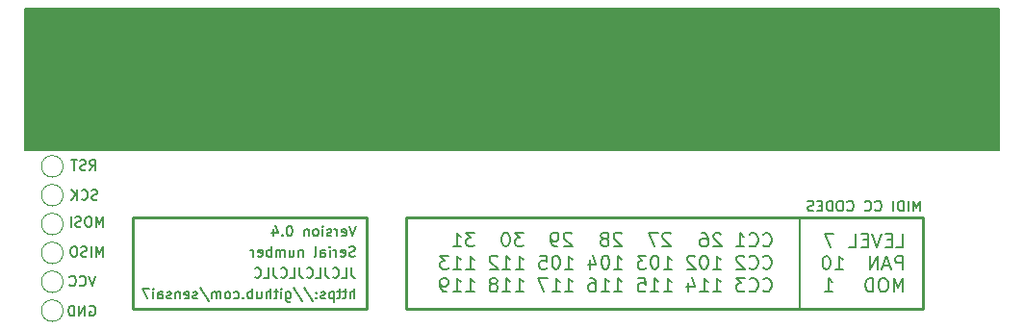
<source format=gbr>
G04 #@! TF.GenerationSoftware,KiCad,Pcbnew,(5.1.10)-1*
G04 #@! TF.CreationDate,2021-09-13T18:31:10+02:00*
G04 #@! TF.ProjectId,CardSizeMidiController,43617264-5369-47a6-954d-696469436f6e,rev?*
G04 #@! TF.SameCoordinates,Original*
G04 #@! TF.FileFunction,Legend,Bot*
G04 #@! TF.FilePolarity,Positive*
%FSLAX46Y46*%
G04 Gerber Fmt 4.6, Leading zero omitted, Abs format (unit mm)*
G04 Created by KiCad (PCBNEW (5.1.10)-1) date 2021-09-13 18:31:10*
%MOMM*%
%LPD*%
G01*
G04 APERTURE LIST*
%ADD10C,0.150000*%
%ADD11C,0.177800*%
%ADD12C,0.228600*%
%ADD13C,0.120000*%
G04 APERTURE END LIST*
D10*
G36*
X85700000Y-16010000D02*
G01*
X0Y-16000000D01*
X0Y-3600000D01*
X85700000Y-3600000D01*
X85700000Y-16010000D01*
G37*
X85700000Y-16010000D02*
X0Y-16000000D01*
X0Y-3600000D01*
X85700000Y-3600000D01*
X85700000Y-16010000D01*
D11*
X5677333Y-29755500D02*
X5762000Y-29713166D01*
X5889000Y-29713166D01*
X6016000Y-29755500D01*
X6100666Y-29840166D01*
X6143000Y-29924833D01*
X6185333Y-30094166D01*
X6185333Y-30221166D01*
X6143000Y-30390500D01*
X6100666Y-30475166D01*
X6016000Y-30559833D01*
X5889000Y-30602166D01*
X5804333Y-30602166D01*
X5677333Y-30559833D01*
X5635000Y-30517500D01*
X5635000Y-30221166D01*
X5804333Y-30221166D01*
X5254000Y-30602166D02*
X5254000Y-29713166D01*
X4746000Y-30602166D01*
X4746000Y-29713166D01*
X4322666Y-30602166D02*
X4322666Y-29713166D01*
X4111000Y-29713166D01*
X3984000Y-29755500D01*
X3899333Y-29840166D01*
X3857000Y-29924833D01*
X3814666Y-30094166D01*
X3814666Y-30221166D01*
X3857000Y-30390500D01*
X3899333Y-30475166D01*
X3984000Y-30559833D01*
X4111000Y-30602166D01*
X4322666Y-30602166D01*
X6185333Y-27113166D02*
X5889000Y-28002166D01*
X5592666Y-27113166D01*
X4788333Y-27917500D02*
X4830666Y-27959833D01*
X4957666Y-28002166D01*
X5042333Y-28002166D01*
X5169333Y-27959833D01*
X5254000Y-27875166D01*
X5296333Y-27790500D01*
X5338666Y-27621166D01*
X5338666Y-27494166D01*
X5296333Y-27324833D01*
X5254000Y-27240166D01*
X5169333Y-27155500D01*
X5042333Y-27113166D01*
X4957666Y-27113166D01*
X4830666Y-27155500D01*
X4788333Y-27197833D01*
X3899333Y-27917500D02*
X3941666Y-27959833D01*
X4068666Y-28002166D01*
X4153333Y-28002166D01*
X4280333Y-27959833D01*
X4365000Y-27875166D01*
X4407333Y-27790500D01*
X4449666Y-27621166D01*
X4449666Y-27494166D01*
X4407333Y-27324833D01*
X4365000Y-27240166D01*
X4280333Y-27155500D01*
X4153333Y-27113166D01*
X4068666Y-27113166D01*
X3941666Y-27155500D01*
X3899333Y-27197833D01*
X6797000Y-25402166D02*
X6797000Y-24513166D01*
X6500666Y-25148166D01*
X6204333Y-24513166D01*
X6204333Y-25402166D01*
X5781000Y-25402166D02*
X5781000Y-24513166D01*
X5400000Y-25359833D02*
X5273000Y-25402166D01*
X5061333Y-25402166D01*
X4976666Y-25359833D01*
X4934333Y-25317500D01*
X4892000Y-25232833D01*
X4892000Y-25148166D01*
X4934333Y-25063500D01*
X4976666Y-25021166D01*
X5061333Y-24978833D01*
X5230666Y-24936500D01*
X5315333Y-24894166D01*
X5357666Y-24851833D01*
X5400000Y-24767166D01*
X5400000Y-24682500D01*
X5357666Y-24597833D01*
X5315333Y-24555500D01*
X5230666Y-24513166D01*
X5019000Y-24513166D01*
X4892000Y-24555500D01*
X4341666Y-24513166D02*
X4172333Y-24513166D01*
X4087666Y-24555500D01*
X4003000Y-24640166D01*
X3960666Y-24809500D01*
X3960666Y-25105833D01*
X4003000Y-25275166D01*
X4087666Y-25359833D01*
X4172333Y-25402166D01*
X4341666Y-25402166D01*
X4426333Y-25359833D01*
X4511000Y-25275166D01*
X4553333Y-25105833D01*
X4553333Y-24809500D01*
X4511000Y-24640166D01*
X4426333Y-24555500D01*
X4341666Y-24513166D01*
X6797000Y-22802166D02*
X6797000Y-21913166D01*
X6500666Y-22548166D01*
X6204333Y-21913166D01*
X6204333Y-22802166D01*
X5611666Y-21913166D02*
X5442333Y-21913166D01*
X5357666Y-21955500D01*
X5273000Y-22040166D01*
X5230666Y-22209500D01*
X5230666Y-22505833D01*
X5273000Y-22675166D01*
X5357666Y-22759833D01*
X5442333Y-22802166D01*
X5611666Y-22802166D01*
X5696333Y-22759833D01*
X5781000Y-22675166D01*
X5823333Y-22505833D01*
X5823333Y-22209500D01*
X5781000Y-22040166D01*
X5696333Y-21955500D01*
X5611666Y-21913166D01*
X4892000Y-22759833D02*
X4765000Y-22802166D01*
X4553333Y-22802166D01*
X4468666Y-22759833D01*
X4426333Y-22717500D01*
X4384000Y-22632833D01*
X4384000Y-22548166D01*
X4426333Y-22463500D01*
X4468666Y-22421166D01*
X4553333Y-22378833D01*
X4722666Y-22336500D01*
X4807333Y-22294166D01*
X4849666Y-22251833D01*
X4892000Y-22167166D01*
X4892000Y-22082500D01*
X4849666Y-21997833D01*
X4807333Y-21955500D01*
X4722666Y-21913166D01*
X4511000Y-21913166D01*
X4384000Y-21955500D01*
X4003000Y-22802166D02*
X4003000Y-21913166D01*
X6343000Y-20359833D02*
X6216000Y-20402166D01*
X6004333Y-20402166D01*
X5919666Y-20359833D01*
X5877333Y-20317500D01*
X5835000Y-20232833D01*
X5835000Y-20148166D01*
X5877333Y-20063500D01*
X5919666Y-20021166D01*
X6004333Y-19978833D01*
X6173666Y-19936500D01*
X6258333Y-19894166D01*
X6300666Y-19851833D01*
X6343000Y-19767166D01*
X6343000Y-19682500D01*
X6300666Y-19597833D01*
X6258333Y-19555500D01*
X6173666Y-19513166D01*
X5962000Y-19513166D01*
X5835000Y-19555500D01*
X4946000Y-20317500D02*
X4988333Y-20359833D01*
X5115333Y-20402166D01*
X5200000Y-20402166D01*
X5327000Y-20359833D01*
X5411666Y-20275166D01*
X5454000Y-20190500D01*
X5496333Y-20021166D01*
X5496333Y-19894166D01*
X5454000Y-19724833D01*
X5411666Y-19640166D01*
X5327000Y-19555500D01*
X5200000Y-19513166D01*
X5115333Y-19513166D01*
X4988333Y-19555500D01*
X4946000Y-19597833D01*
X4565000Y-20402166D02*
X4565000Y-19513166D01*
X4057000Y-20402166D02*
X4438000Y-19894166D01*
X4057000Y-19513166D02*
X4565000Y-20021166D01*
X5686833Y-17802166D02*
X5983166Y-17378833D01*
X6194833Y-17802166D02*
X6194833Y-16913166D01*
X5856166Y-16913166D01*
X5771500Y-16955500D01*
X5729166Y-16997833D01*
X5686833Y-17082500D01*
X5686833Y-17209500D01*
X5729166Y-17294166D01*
X5771500Y-17336500D01*
X5856166Y-17378833D01*
X6194833Y-17378833D01*
X5348166Y-17759833D02*
X5221166Y-17802166D01*
X5009500Y-17802166D01*
X4924833Y-17759833D01*
X4882500Y-17717500D01*
X4840166Y-17632833D01*
X4840166Y-17548166D01*
X4882500Y-17463500D01*
X4924833Y-17421166D01*
X5009500Y-17378833D01*
X5178833Y-17336500D01*
X5263500Y-17294166D01*
X5305833Y-17251833D01*
X5348166Y-17167166D01*
X5348166Y-17082500D01*
X5305833Y-16997833D01*
X5263500Y-16955500D01*
X5178833Y-16913166D01*
X4967166Y-16913166D01*
X4840166Y-16955500D01*
X4586166Y-16913166D02*
X4078166Y-16913166D01*
X4332166Y-17802166D02*
X4332166Y-16913166D01*
D10*
X68100000Y-30000000D02*
X68100000Y-22000000D01*
D11*
X39513001Y-23298357D02*
X38770144Y-23298357D01*
X39170144Y-23755500D01*
X38998715Y-23755500D01*
X38884430Y-23812642D01*
X38827287Y-23869785D01*
X38770144Y-23984071D01*
X38770144Y-24269785D01*
X38827287Y-24384071D01*
X38884430Y-24441214D01*
X38998715Y-24498357D01*
X39341572Y-24498357D01*
X39455858Y-24441214D01*
X39513001Y-24384071D01*
X37627287Y-24498357D02*
X38313001Y-24498357D01*
X37970144Y-24498357D02*
X37970144Y-23298357D01*
X38084430Y-23469785D01*
X38198715Y-23584071D01*
X38313001Y-23641214D01*
X43813001Y-23298357D02*
X43070144Y-23298357D01*
X43470144Y-23755500D01*
X43298715Y-23755500D01*
X43184430Y-23812642D01*
X43127287Y-23869785D01*
X43070144Y-23984071D01*
X43070144Y-24269785D01*
X43127287Y-24384071D01*
X43184430Y-24441214D01*
X43298715Y-24498357D01*
X43641572Y-24498357D01*
X43755858Y-24441214D01*
X43813001Y-24384071D01*
X42327287Y-23298357D02*
X42213001Y-23298357D01*
X42098715Y-23355500D01*
X42041572Y-23412642D01*
X41984430Y-23526928D01*
X41927287Y-23755500D01*
X41927287Y-24041214D01*
X41984430Y-24269785D01*
X42041572Y-24384071D01*
X42098715Y-24441214D01*
X42213001Y-24498357D01*
X42327287Y-24498357D01*
X42441572Y-24441214D01*
X42498715Y-24384071D01*
X42555858Y-24269785D01*
X42613001Y-24041214D01*
X42613001Y-23755500D01*
X42555858Y-23526928D01*
X42498715Y-23412642D01*
X42441572Y-23355500D01*
X42327287Y-23298357D01*
X48055858Y-23412642D02*
X47998715Y-23355500D01*
X47884430Y-23298357D01*
X47598715Y-23298357D01*
X47484430Y-23355500D01*
X47427287Y-23412642D01*
X47370144Y-23526928D01*
X47370144Y-23641214D01*
X47427287Y-23812642D01*
X48113001Y-24498357D01*
X47370144Y-24498357D01*
X46798715Y-24498357D02*
X46570144Y-24498357D01*
X46455858Y-24441214D01*
X46398715Y-24384071D01*
X46284430Y-24212642D01*
X46227287Y-23984071D01*
X46227287Y-23526928D01*
X46284430Y-23412642D01*
X46341572Y-23355500D01*
X46455858Y-23298357D01*
X46684430Y-23298357D01*
X46798715Y-23355500D01*
X46855858Y-23412642D01*
X46913001Y-23526928D01*
X46913001Y-23812642D01*
X46855858Y-23926928D01*
X46798715Y-23984071D01*
X46684430Y-24041214D01*
X46455858Y-24041214D01*
X46341572Y-23984071D01*
X46284430Y-23926928D01*
X46227287Y-23812642D01*
X52455858Y-23412642D02*
X52398715Y-23355500D01*
X52284430Y-23298357D01*
X51998715Y-23298357D01*
X51884430Y-23355500D01*
X51827287Y-23412642D01*
X51770144Y-23526928D01*
X51770144Y-23641214D01*
X51827287Y-23812642D01*
X52513001Y-24498357D01*
X51770144Y-24498357D01*
X51084430Y-23812642D02*
X51198715Y-23755500D01*
X51255858Y-23698357D01*
X51313001Y-23584071D01*
X51313001Y-23526928D01*
X51255858Y-23412642D01*
X51198715Y-23355500D01*
X51084430Y-23298357D01*
X50855858Y-23298357D01*
X50741572Y-23355500D01*
X50684430Y-23412642D01*
X50627287Y-23526928D01*
X50627287Y-23584071D01*
X50684430Y-23698357D01*
X50741572Y-23755500D01*
X50855858Y-23812642D01*
X51084430Y-23812642D01*
X51198715Y-23869785D01*
X51255858Y-23926928D01*
X51313001Y-24041214D01*
X51313001Y-24269785D01*
X51255858Y-24384071D01*
X51198715Y-24441214D01*
X51084430Y-24498357D01*
X50855858Y-24498357D01*
X50741572Y-24441214D01*
X50684430Y-24384071D01*
X50627287Y-24269785D01*
X50627287Y-24041214D01*
X50684430Y-23926928D01*
X50741572Y-23869785D01*
X50855858Y-23812642D01*
X56755858Y-23412642D02*
X56698715Y-23355500D01*
X56584430Y-23298357D01*
X56298715Y-23298357D01*
X56184430Y-23355500D01*
X56127287Y-23412642D01*
X56070144Y-23526928D01*
X56070144Y-23641214D01*
X56127287Y-23812642D01*
X56813001Y-24498357D01*
X56070144Y-24498357D01*
X55670144Y-23298357D02*
X54870144Y-23298357D01*
X55384430Y-24498357D01*
X71098715Y-23365057D02*
X70298715Y-23365057D01*
X70813001Y-24565057D01*
X71270144Y-26542857D02*
X71955858Y-26542857D01*
X71613001Y-26542857D02*
X71613001Y-25342857D01*
X71727287Y-25514285D01*
X71841572Y-25628571D01*
X71955858Y-25685714D01*
X70527287Y-25342857D02*
X70413001Y-25342857D01*
X70298715Y-25400000D01*
X70241572Y-25457142D01*
X70184430Y-25571428D01*
X70127287Y-25800000D01*
X70127287Y-26085714D01*
X70184430Y-26314285D01*
X70241572Y-26428571D01*
X70298715Y-26485714D01*
X70413001Y-26542857D01*
X70527287Y-26542857D01*
X70641572Y-26485714D01*
X70698715Y-26428571D01*
X70755858Y-26314285D01*
X70813001Y-26085714D01*
X70813001Y-25800000D01*
X70755858Y-25571428D01*
X70698715Y-25457142D01*
X70641572Y-25400000D01*
X70527287Y-25342857D01*
X70355858Y-28520657D02*
X71041572Y-28520657D01*
X70698715Y-28520657D02*
X70698715Y-27320657D01*
X70813001Y-27492085D01*
X70927287Y-27606371D01*
X71041572Y-27663514D01*
X64913001Y-24425661D02*
X64970144Y-24482804D01*
X65141572Y-24539947D01*
X65255858Y-24539947D01*
X65427287Y-24482804D01*
X65541572Y-24368518D01*
X65598715Y-24254232D01*
X65655858Y-24025661D01*
X65655858Y-23854232D01*
X65598715Y-23625661D01*
X65541572Y-23511375D01*
X65427287Y-23397090D01*
X65255858Y-23339947D01*
X65141572Y-23339947D01*
X64970144Y-23397090D01*
X64913001Y-23454232D01*
X63713001Y-24425661D02*
X63770144Y-24482804D01*
X63941572Y-24539947D01*
X64055858Y-24539947D01*
X64227287Y-24482804D01*
X64341572Y-24368518D01*
X64398715Y-24254232D01*
X64455858Y-24025661D01*
X64455858Y-23854232D01*
X64398715Y-23625661D01*
X64341572Y-23511375D01*
X64227287Y-23397090D01*
X64055858Y-23339947D01*
X63941572Y-23339947D01*
X63770144Y-23397090D01*
X63713001Y-23454232D01*
X62570144Y-24539947D02*
X63255858Y-24539947D01*
X62913001Y-24539947D02*
X62913001Y-23339947D01*
X63027287Y-23511375D01*
X63141572Y-23625661D01*
X63255858Y-23682804D01*
X61198715Y-23454232D02*
X61141572Y-23397090D01*
X61027287Y-23339947D01*
X60741572Y-23339947D01*
X60627287Y-23397090D01*
X60570144Y-23454232D01*
X60513001Y-23568518D01*
X60513001Y-23682804D01*
X60570144Y-23854232D01*
X61255858Y-24539947D01*
X60513001Y-24539947D01*
X59484430Y-23339947D02*
X59713001Y-23339947D01*
X59827287Y-23397090D01*
X59884430Y-23454232D01*
X59998715Y-23625661D01*
X60055858Y-23854232D01*
X60055858Y-24311375D01*
X59998715Y-24425661D01*
X59941572Y-24482804D01*
X59827287Y-24539947D01*
X59598715Y-24539947D01*
X59484430Y-24482804D01*
X59427287Y-24425661D01*
X59370144Y-24311375D01*
X59370144Y-24025661D01*
X59427287Y-23911375D01*
X59484430Y-23854232D01*
X59598715Y-23797090D01*
X59827287Y-23797090D01*
X59941572Y-23854232D01*
X59998715Y-23911375D01*
X60055858Y-24025661D01*
X64913001Y-26403461D02*
X64970144Y-26460604D01*
X65141572Y-26517747D01*
X65255858Y-26517747D01*
X65427287Y-26460604D01*
X65541572Y-26346318D01*
X65598715Y-26232032D01*
X65655858Y-26003461D01*
X65655858Y-25832032D01*
X65598715Y-25603461D01*
X65541572Y-25489175D01*
X65427287Y-25374890D01*
X65255858Y-25317747D01*
X65141572Y-25317747D01*
X64970144Y-25374890D01*
X64913001Y-25432032D01*
X63713001Y-26403461D02*
X63770144Y-26460604D01*
X63941572Y-26517747D01*
X64055858Y-26517747D01*
X64227287Y-26460604D01*
X64341572Y-26346318D01*
X64398715Y-26232032D01*
X64455858Y-26003461D01*
X64455858Y-25832032D01*
X64398715Y-25603461D01*
X64341572Y-25489175D01*
X64227287Y-25374890D01*
X64055858Y-25317747D01*
X63941572Y-25317747D01*
X63770144Y-25374890D01*
X63713001Y-25432032D01*
X63255858Y-25432032D02*
X63198715Y-25374890D01*
X63084430Y-25317747D01*
X62798715Y-25317747D01*
X62684430Y-25374890D01*
X62627287Y-25432032D01*
X62570144Y-25546318D01*
X62570144Y-25660604D01*
X62627287Y-25832032D01*
X63313001Y-26517747D01*
X62570144Y-26517747D01*
X60513001Y-26517747D02*
X61198715Y-26517747D01*
X60855858Y-26517747D02*
X60855858Y-25317747D01*
X60970144Y-25489175D01*
X61084430Y-25603461D01*
X61198715Y-25660604D01*
X59770144Y-25317747D02*
X59655858Y-25317747D01*
X59541572Y-25374890D01*
X59484430Y-25432032D01*
X59427287Y-25546318D01*
X59370144Y-25774890D01*
X59370144Y-26060604D01*
X59427287Y-26289175D01*
X59484430Y-26403461D01*
X59541572Y-26460604D01*
X59655858Y-26517747D01*
X59770144Y-26517747D01*
X59884430Y-26460604D01*
X59941572Y-26403461D01*
X59998715Y-26289175D01*
X60055858Y-26060604D01*
X60055858Y-25774890D01*
X59998715Y-25546318D01*
X59941572Y-25432032D01*
X59884430Y-25374890D01*
X59770144Y-25317747D01*
X58913001Y-25432032D02*
X58855858Y-25374890D01*
X58741572Y-25317747D01*
X58455858Y-25317747D01*
X58341572Y-25374890D01*
X58284430Y-25432032D01*
X58227287Y-25546318D01*
X58227287Y-25660604D01*
X58284430Y-25832032D01*
X58970144Y-26517747D01*
X58227287Y-26517747D01*
X56170144Y-26517747D02*
X56855858Y-26517747D01*
X56513001Y-26517747D02*
X56513001Y-25317747D01*
X56627287Y-25489175D01*
X56741572Y-25603461D01*
X56855858Y-25660604D01*
X55427287Y-25317747D02*
X55313001Y-25317747D01*
X55198715Y-25374890D01*
X55141572Y-25432032D01*
X55084430Y-25546318D01*
X55027287Y-25774890D01*
X55027287Y-26060604D01*
X55084430Y-26289175D01*
X55141572Y-26403461D01*
X55198715Y-26460604D01*
X55313001Y-26517747D01*
X55427287Y-26517747D01*
X55541572Y-26460604D01*
X55598715Y-26403461D01*
X55655858Y-26289175D01*
X55713001Y-26060604D01*
X55713001Y-25774890D01*
X55655858Y-25546318D01*
X55598715Y-25432032D01*
X55541572Y-25374890D01*
X55427287Y-25317747D01*
X54627287Y-25317747D02*
X53884430Y-25317747D01*
X54284430Y-25774890D01*
X54113001Y-25774890D01*
X53998715Y-25832032D01*
X53941572Y-25889175D01*
X53884430Y-26003461D01*
X53884430Y-26289175D01*
X53941572Y-26403461D01*
X53998715Y-26460604D01*
X54113001Y-26517747D01*
X54455858Y-26517747D01*
X54570144Y-26460604D01*
X54627287Y-26403461D01*
X51827287Y-26517747D02*
X52513001Y-26517747D01*
X52170144Y-26517747D02*
X52170144Y-25317747D01*
X52284430Y-25489175D01*
X52398715Y-25603461D01*
X52513001Y-25660604D01*
X51084430Y-25317747D02*
X50970144Y-25317747D01*
X50855858Y-25374890D01*
X50798715Y-25432032D01*
X50741572Y-25546318D01*
X50684430Y-25774890D01*
X50684430Y-26060604D01*
X50741572Y-26289175D01*
X50798715Y-26403461D01*
X50855858Y-26460604D01*
X50970144Y-26517747D01*
X51084430Y-26517747D01*
X51198715Y-26460604D01*
X51255858Y-26403461D01*
X51313001Y-26289175D01*
X51370144Y-26060604D01*
X51370144Y-25774890D01*
X51313001Y-25546318D01*
X51255858Y-25432032D01*
X51198715Y-25374890D01*
X51084430Y-25317747D01*
X49655858Y-25717747D02*
X49655858Y-26517747D01*
X49941572Y-25260604D02*
X50227287Y-26117747D01*
X49484430Y-26117747D01*
X47484430Y-26517747D02*
X48170144Y-26517747D01*
X47827287Y-26517747D02*
X47827287Y-25317747D01*
X47941572Y-25489175D01*
X48055858Y-25603461D01*
X48170144Y-25660604D01*
X46741572Y-25317747D02*
X46627287Y-25317747D01*
X46513001Y-25374890D01*
X46455858Y-25432032D01*
X46398715Y-25546318D01*
X46341572Y-25774890D01*
X46341572Y-26060604D01*
X46398715Y-26289175D01*
X46455858Y-26403461D01*
X46513001Y-26460604D01*
X46627287Y-26517747D01*
X46741572Y-26517747D01*
X46855858Y-26460604D01*
X46913001Y-26403461D01*
X46970144Y-26289175D01*
X47027287Y-26060604D01*
X47027287Y-25774890D01*
X46970144Y-25546318D01*
X46913001Y-25432032D01*
X46855858Y-25374890D01*
X46741572Y-25317747D01*
X45255858Y-25317747D02*
X45827287Y-25317747D01*
X45884430Y-25889175D01*
X45827287Y-25832032D01*
X45713001Y-25774890D01*
X45427287Y-25774890D01*
X45313001Y-25832032D01*
X45255858Y-25889175D01*
X45198715Y-26003461D01*
X45198715Y-26289175D01*
X45255858Y-26403461D01*
X45313001Y-26460604D01*
X45427287Y-26517747D01*
X45713001Y-26517747D01*
X45827287Y-26460604D01*
X45884430Y-26403461D01*
X43141572Y-26517747D02*
X43827287Y-26517747D01*
X43484430Y-26517747D02*
X43484430Y-25317747D01*
X43598715Y-25489175D01*
X43713001Y-25603461D01*
X43827287Y-25660604D01*
X41998715Y-26517747D02*
X42684430Y-26517747D01*
X42341572Y-26517747D02*
X42341572Y-25317747D01*
X42455858Y-25489175D01*
X42570144Y-25603461D01*
X42684430Y-25660604D01*
X41541572Y-25432032D02*
X41484430Y-25374890D01*
X41370144Y-25317747D01*
X41084430Y-25317747D01*
X40970144Y-25374890D01*
X40913001Y-25432032D01*
X40855858Y-25546318D01*
X40855858Y-25660604D01*
X40913001Y-25832032D01*
X41598715Y-26517747D01*
X40855858Y-26517747D01*
X38798715Y-26517747D02*
X39484430Y-26517747D01*
X39141572Y-26517747D02*
X39141572Y-25317747D01*
X39255858Y-25489175D01*
X39370144Y-25603461D01*
X39484430Y-25660604D01*
X37655858Y-26517747D02*
X38341572Y-26517747D01*
X37998715Y-26517747D02*
X37998715Y-25317747D01*
X38113001Y-25489175D01*
X38227287Y-25603461D01*
X38341572Y-25660604D01*
X37255858Y-25317747D02*
X36513001Y-25317747D01*
X36913001Y-25774890D01*
X36741572Y-25774890D01*
X36627287Y-25832032D01*
X36570144Y-25889175D01*
X36513001Y-26003461D01*
X36513001Y-26289175D01*
X36570144Y-26403461D01*
X36627287Y-26460604D01*
X36741572Y-26517747D01*
X37084430Y-26517747D01*
X37198715Y-26460604D01*
X37255858Y-26403461D01*
X64913001Y-28381261D02*
X64970144Y-28438404D01*
X65141572Y-28495547D01*
X65255858Y-28495547D01*
X65427287Y-28438404D01*
X65541572Y-28324118D01*
X65598715Y-28209832D01*
X65655858Y-27981261D01*
X65655858Y-27809832D01*
X65598715Y-27581261D01*
X65541572Y-27466975D01*
X65427287Y-27352690D01*
X65255858Y-27295547D01*
X65141572Y-27295547D01*
X64970144Y-27352690D01*
X64913001Y-27409832D01*
X63713001Y-28381261D02*
X63770144Y-28438404D01*
X63941572Y-28495547D01*
X64055858Y-28495547D01*
X64227287Y-28438404D01*
X64341572Y-28324118D01*
X64398715Y-28209832D01*
X64455858Y-27981261D01*
X64455858Y-27809832D01*
X64398715Y-27581261D01*
X64341572Y-27466975D01*
X64227287Y-27352690D01*
X64055858Y-27295547D01*
X63941572Y-27295547D01*
X63770144Y-27352690D01*
X63713001Y-27409832D01*
X63313001Y-27295547D02*
X62570144Y-27295547D01*
X62970144Y-27752690D01*
X62798715Y-27752690D01*
X62684430Y-27809832D01*
X62627287Y-27866975D01*
X62570144Y-27981261D01*
X62570144Y-28266975D01*
X62627287Y-28381261D01*
X62684430Y-28438404D01*
X62798715Y-28495547D01*
X63141572Y-28495547D01*
X63255858Y-28438404D01*
X63313001Y-28381261D01*
X60513001Y-28495547D02*
X61198715Y-28495547D01*
X60855858Y-28495547D02*
X60855858Y-27295547D01*
X60970144Y-27466975D01*
X61084430Y-27581261D01*
X61198715Y-27638404D01*
X59370144Y-28495547D02*
X60055858Y-28495547D01*
X59713001Y-28495547D02*
X59713001Y-27295547D01*
X59827287Y-27466975D01*
X59941572Y-27581261D01*
X60055858Y-27638404D01*
X58341572Y-27695547D02*
X58341572Y-28495547D01*
X58627287Y-27238404D02*
X58913001Y-28095547D01*
X58170144Y-28095547D01*
X56170144Y-28495547D02*
X56855858Y-28495547D01*
X56513001Y-28495547D02*
X56513001Y-27295547D01*
X56627287Y-27466975D01*
X56741572Y-27581261D01*
X56855858Y-27638404D01*
X55027287Y-28495547D02*
X55713001Y-28495547D01*
X55370144Y-28495547D02*
X55370144Y-27295547D01*
X55484430Y-27466975D01*
X55598715Y-27581261D01*
X55713001Y-27638404D01*
X53941572Y-27295547D02*
X54513001Y-27295547D01*
X54570144Y-27866975D01*
X54513001Y-27809832D01*
X54398715Y-27752690D01*
X54113001Y-27752690D01*
X53998715Y-27809832D01*
X53941572Y-27866975D01*
X53884430Y-27981261D01*
X53884430Y-28266975D01*
X53941572Y-28381261D01*
X53998715Y-28438404D01*
X54113001Y-28495547D01*
X54398715Y-28495547D01*
X54513001Y-28438404D01*
X54570144Y-28381261D01*
X51827287Y-28495547D02*
X52513001Y-28495547D01*
X52170144Y-28495547D02*
X52170144Y-27295547D01*
X52284430Y-27466975D01*
X52398715Y-27581261D01*
X52513001Y-27638404D01*
X50684430Y-28495547D02*
X51370144Y-28495547D01*
X51027287Y-28495547D02*
X51027287Y-27295547D01*
X51141572Y-27466975D01*
X51255858Y-27581261D01*
X51370144Y-27638404D01*
X49655858Y-27295547D02*
X49884430Y-27295547D01*
X49998715Y-27352690D01*
X50055858Y-27409832D01*
X50170144Y-27581261D01*
X50227287Y-27809832D01*
X50227287Y-28266975D01*
X50170144Y-28381261D01*
X50113001Y-28438404D01*
X49998715Y-28495547D01*
X49770144Y-28495547D01*
X49655858Y-28438404D01*
X49598715Y-28381261D01*
X49541572Y-28266975D01*
X49541572Y-27981261D01*
X49598715Y-27866975D01*
X49655858Y-27809832D01*
X49770144Y-27752690D01*
X49998715Y-27752690D01*
X50113001Y-27809832D01*
X50170144Y-27866975D01*
X50227287Y-27981261D01*
X47484430Y-28495547D02*
X48170144Y-28495547D01*
X47827287Y-28495547D02*
X47827287Y-27295547D01*
X47941572Y-27466975D01*
X48055858Y-27581261D01*
X48170144Y-27638404D01*
X46341572Y-28495547D02*
X47027287Y-28495547D01*
X46684430Y-28495547D02*
X46684430Y-27295547D01*
X46798715Y-27466975D01*
X46913001Y-27581261D01*
X47027287Y-27638404D01*
X45941572Y-27295547D02*
X45141572Y-27295547D01*
X45655858Y-28495547D01*
X43141572Y-28495547D02*
X43827287Y-28495547D01*
X43484430Y-28495547D02*
X43484430Y-27295547D01*
X43598715Y-27466975D01*
X43713001Y-27581261D01*
X43827287Y-27638404D01*
X41998715Y-28495547D02*
X42684430Y-28495547D01*
X42341572Y-28495547D02*
X42341572Y-27295547D01*
X42455858Y-27466975D01*
X42570144Y-27581261D01*
X42684430Y-27638404D01*
X41313001Y-27809832D02*
X41427287Y-27752690D01*
X41484430Y-27695547D01*
X41541572Y-27581261D01*
X41541572Y-27524118D01*
X41484430Y-27409832D01*
X41427287Y-27352690D01*
X41313001Y-27295547D01*
X41084430Y-27295547D01*
X40970144Y-27352690D01*
X40913001Y-27409832D01*
X40855858Y-27524118D01*
X40855858Y-27581261D01*
X40913001Y-27695547D01*
X40970144Y-27752690D01*
X41084430Y-27809832D01*
X41313001Y-27809832D01*
X41427287Y-27866975D01*
X41484430Y-27924118D01*
X41541572Y-28038404D01*
X41541572Y-28266975D01*
X41484430Y-28381261D01*
X41427287Y-28438404D01*
X41313001Y-28495547D01*
X41084430Y-28495547D01*
X40970144Y-28438404D01*
X40913001Y-28381261D01*
X40855858Y-28266975D01*
X40855858Y-28038404D01*
X40913001Y-27924118D01*
X40970144Y-27866975D01*
X41084430Y-27809832D01*
X38798715Y-28495547D02*
X39484430Y-28495547D01*
X39141572Y-28495547D02*
X39141572Y-27295547D01*
X39255858Y-27466975D01*
X39370144Y-27581261D01*
X39484430Y-27638404D01*
X37655858Y-28495547D02*
X38341572Y-28495547D01*
X37998715Y-28495547D02*
X37998715Y-27295547D01*
X38113001Y-27466975D01*
X38227287Y-27581261D01*
X38341572Y-27638404D01*
X37084430Y-28495547D02*
X36855858Y-28495547D01*
X36741572Y-28438404D01*
X36684430Y-28381261D01*
X36570144Y-28209832D01*
X36513001Y-27981261D01*
X36513001Y-27524118D01*
X36570144Y-27409832D01*
X36627287Y-27352690D01*
X36741572Y-27295547D01*
X36970144Y-27295547D01*
X37084430Y-27352690D01*
X37141572Y-27409832D01*
X37198715Y-27524118D01*
X37198715Y-27809832D01*
X37141572Y-27924118D01*
X37084430Y-27981261D01*
X36970144Y-28038404D01*
X36741572Y-28038404D01*
X36627287Y-27981261D01*
X36570144Y-27924118D01*
X36513001Y-27809832D01*
X76627287Y-24565057D02*
X77198715Y-24565057D01*
X77198715Y-23365057D01*
X76227287Y-23936485D02*
X75827287Y-23936485D01*
X75655858Y-24565057D02*
X76227287Y-24565057D01*
X76227287Y-23365057D01*
X75655858Y-23365057D01*
X75313001Y-23365057D02*
X74913001Y-24565057D01*
X74513001Y-23365057D01*
X74113001Y-23936485D02*
X73713001Y-23936485D01*
X73541572Y-24565057D02*
X74113001Y-24565057D01*
X74113001Y-23365057D01*
X73541572Y-23365057D01*
X72455858Y-24565057D02*
X73027287Y-24565057D01*
X73027287Y-23365057D01*
X77198715Y-26542857D02*
X77198715Y-25342857D01*
X76741572Y-25342857D01*
X76627287Y-25400000D01*
X76570144Y-25457142D01*
X76513001Y-25571428D01*
X76513001Y-25742857D01*
X76570144Y-25857142D01*
X76627287Y-25914285D01*
X76741572Y-25971428D01*
X77198715Y-25971428D01*
X76055858Y-26200000D02*
X75484430Y-26200000D01*
X76170144Y-26542857D02*
X75770144Y-25342857D01*
X75370144Y-26542857D01*
X74970144Y-26542857D02*
X74970144Y-25342857D01*
X74284430Y-26542857D01*
X74284430Y-25342857D01*
X77198715Y-28520657D02*
X77198715Y-27320657D01*
X76798715Y-28177800D01*
X76398715Y-27320657D01*
X76398715Y-28520657D01*
X75598715Y-27320657D02*
X75370144Y-27320657D01*
X75255858Y-27377800D01*
X75141572Y-27492085D01*
X75084430Y-27720657D01*
X75084430Y-28120657D01*
X75141572Y-28349228D01*
X75255858Y-28463514D01*
X75370144Y-28520657D01*
X75598715Y-28520657D01*
X75713001Y-28463514D01*
X75827287Y-28349228D01*
X75884430Y-28120657D01*
X75884430Y-27720657D01*
X75827287Y-27492085D01*
X75713001Y-27377800D01*
X75598715Y-27320657D01*
X74570144Y-28520657D02*
X74570144Y-27320657D01*
X74284430Y-27320657D01*
X74113001Y-27377800D01*
X73998715Y-27492085D01*
X73941572Y-27606371D01*
X73884430Y-27834942D01*
X73884430Y-28006371D01*
X73941572Y-28234942D01*
X73998715Y-28349228D01*
X74113001Y-28463514D01*
X74284430Y-28520657D01*
X74570144Y-28520657D01*
D12*
X33500000Y-22000000D02*
X79000000Y-22000000D01*
X79000000Y-22000000D02*
X79000000Y-30000000D01*
X33500000Y-30000000D02*
X33500000Y-22000000D01*
X79000000Y-30000000D02*
X33500000Y-30000000D01*
D11*
X78710666Y-21402166D02*
X78710666Y-20513166D01*
X78414333Y-21148166D01*
X78118000Y-20513166D01*
X78118000Y-21402166D01*
X77694666Y-21402166D02*
X77694666Y-20513166D01*
X77271333Y-21402166D02*
X77271333Y-20513166D01*
X77059666Y-20513166D01*
X76932666Y-20555500D01*
X76848000Y-20640166D01*
X76805666Y-20724833D01*
X76763333Y-20894166D01*
X76763333Y-21021166D01*
X76805666Y-21190500D01*
X76848000Y-21275166D01*
X76932666Y-21359833D01*
X77059666Y-21402166D01*
X77271333Y-21402166D01*
X76382333Y-21402166D02*
X76382333Y-20513166D01*
X74773666Y-21317500D02*
X74816000Y-21359833D01*
X74943000Y-21402166D01*
X75027666Y-21402166D01*
X75154666Y-21359833D01*
X75239333Y-21275166D01*
X75281666Y-21190500D01*
X75324000Y-21021166D01*
X75324000Y-20894166D01*
X75281666Y-20724833D01*
X75239333Y-20640166D01*
X75154666Y-20555500D01*
X75027666Y-20513166D01*
X74943000Y-20513166D01*
X74816000Y-20555500D01*
X74773666Y-20597833D01*
X73884666Y-21317500D02*
X73927000Y-21359833D01*
X74054000Y-21402166D01*
X74138666Y-21402166D01*
X74265666Y-21359833D01*
X74350333Y-21275166D01*
X74392666Y-21190500D01*
X74435000Y-21021166D01*
X74435000Y-20894166D01*
X74392666Y-20724833D01*
X74350333Y-20640166D01*
X74265666Y-20555500D01*
X74138666Y-20513166D01*
X74054000Y-20513166D01*
X73927000Y-20555500D01*
X73884666Y-20597833D01*
X72318333Y-21317500D02*
X72360666Y-21359833D01*
X72487666Y-21402166D01*
X72572333Y-21402166D01*
X72699333Y-21359833D01*
X72784000Y-21275166D01*
X72826333Y-21190500D01*
X72868666Y-21021166D01*
X72868666Y-20894166D01*
X72826333Y-20724833D01*
X72784000Y-20640166D01*
X72699333Y-20555500D01*
X72572333Y-20513166D01*
X72487666Y-20513166D01*
X72360666Y-20555500D01*
X72318333Y-20597833D01*
X71768000Y-20513166D02*
X71598666Y-20513166D01*
X71514000Y-20555500D01*
X71429333Y-20640166D01*
X71387000Y-20809500D01*
X71387000Y-21105833D01*
X71429333Y-21275166D01*
X71514000Y-21359833D01*
X71598666Y-21402166D01*
X71768000Y-21402166D01*
X71852666Y-21359833D01*
X71937333Y-21275166D01*
X71979666Y-21105833D01*
X71979666Y-20809500D01*
X71937333Y-20640166D01*
X71852666Y-20555500D01*
X71768000Y-20513166D01*
X71006000Y-21402166D02*
X71006000Y-20513166D01*
X70794333Y-20513166D01*
X70667333Y-20555500D01*
X70582666Y-20640166D01*
X70540333Y-20724833D01*
X70498000Y-20894166D01*
X70498000Y-21021166D01*
X70540333Y-21190500D01*
X70582666Y-21275166D01*
X70667333Y-21359833D01*
X70794333Y-21402166D01*
X71006000Y-21402166D01*
X70117000Y-20936500D02*
X69820666Y-20936500D01*
X69693666Y-21402166D02*
X70117000Y-21402166D01*
X70117000Y-20513166D01*
X69693666Y-20513166D01*
X69355000Y-21359833D02*
X69228000Y-21402166D01*
X69016333Y-21402166D01*
X68931666Y-21359833D01*
X68889333Y-21317500D01*
X68847000Y-21232833D01*
X68847000Y-21148166D01*
X68889333Y-21063500D01*
X68931666Y-21021166D01*
X69016333Y-20978833D01*
X69185666Y-20936500D01*
X69270333Y-20894166D01*
X69312666Y-20851833D01*
X69355000Y-20767166D01*
X69355000Y-20682500D01*
X69312666Y-20597833D01*
X69270333Y-20555500D01*
X69185666Y-20513166D01*
X68974000Y-20513166D01*
X68847000Y-20555500D01*
X28956000Y-29085166D02*
X28956000Y-28196166D01*
X28575000Y-29085166D02*
X28575000Y-28619500D01*
X28617333Y-28534833D01*
X28702000Y-28492500D01*
X28829000Y-28492500D01*
X28913666Y-28534833D01*
X28956000Y-28577166D01*
X28278666Y-28492500D02*
X27940000Y-28492500D01*
X28151666Y-28196166D02*
X28151666Y-28958166D01*
X28109333Y-29042833D01*
X28024666Y-29085166D01*
X27940000Y-29085166D01*
X27770666Y-28492500D02*
X27432000Y-28492500D01*
X27643666Y-28196166D02*
X27643666Y-28958166D01*
X27601333Y-29042833D01*
X27516666Y-29085166D01*
X27432000Y-29085166D01*
X27135666Y-28492500D02*
X27135666Y-29381500D01*
X27135666Y-28534833D02*
X27051000Y-28492500D01*
X26881666Y-28492500D01*
X26797000Y-28534833D01*
X26754666Y-28577166D01*
X26712333Y-28661833D01*
X26712333Y-28915833D01*
X26754666Y-29000500D01*
X26797000Y-29042833D01*
X26881666Y-29085166D01*
X27051000Y-29085166D01*
X27135666Y-29042833D01*
X26373666Y-29042833D02*
X26289000Y-29085166D01*
X26119666Y-29085166D01*
X26035000Y-29042833D01*
X25992666Y-28958166D01*
X25992666Y-28915833D01*
X26035000Y-28831166D01*
X26119666Y-28788833D01*
X26246666Y-28788833D01*
X26331333Y-28746500D01*
X26373666Y-28661833D01*
X26373666Y-28619500D01*
X26331333Y-28534833D01*
X26246666Y-28492500D01*
X26119666Y-28492500D01*
X26035000Y-28534833D01*
X25611666Y-29000500D02*
X25569333Y-29042833D01*
X25611666Y-29085166D01*
X25654000Y-29042833D01*
X25611666Y-29000500D01*
X25611666Y-29085166D01*
X25611666Y-28534833D02*
X25569333Y-28577166D01*
X25611666Y-28619500D01*
X25654000Y-28577166D01*
X25611666Y-28534833D01*
X25611666Y-28619500D01*
X24553333Y-28153833D02*
X25315333Y-29296833D01*
X23622000Y-28153833D02*
X24384000Y-29296833D01*
X22944666Y-28492500D02*
X22944666Y-29212166D01*
X22987000Y-29296833D01*
X23029333Y-29339166D01*
X23114000Y-29381500D01*
X23241000Y-29381500D01*
X23325666Y-29339166D01*
X22944666Y-29042833D02*
X23029333Y-29085166D01*
X23198666Y-29085166D01*
X23283333Y-29042833D01*
X23325666Y-29000500D01*
X23368000Y-28915833D01*
X23368000Y-28661833D01*
X23325666Y-28577166D01*
X23283333Y-28534833D01*
X23198666Y-28492500D01*
X23029333Y-28492500D01*
X22944666Y-28534833D01*
X22521333Y-29085166D02*
X22521333Y-28492500D01*
X22521333Y-28196166D02*
X22563666Y-28238500D01*
X22521333Y-28280833D01*
X22479000Y-28238500D01*
X22521333Y-28196166D01*
X22521333Y-28280833D01*
X22225000Y-28492500D02*
X21886333Y-28492500D01*
X22098000Y-28196166D02*
X22098000Y-28958166D01*
X22055666Y-29042833D01*
X21971000Y-29085166D01*
X21886333Y-29085166D01*
X21590000Y-29085166D02*
X21590000Y-28196166D01*
X21209000Y-29085166D02*
X21209000Y-28619500D01*
X21251333Y-28534833D01*
X21336000Y-28492500D01*
X21463000Y-28492500D01*
X21547666Y-28534833D01*
X21590000Y-28577166D01*
X20404666Y-28492500D02*
X20404666Y-29085166D01*
X20785666Y-28492500D02*
X20785666Y-28958166D01*
X20743333Y-29042833D01*
X20658666Y-29085166D01*
X20531666Y-29085166D01*
X20447000Y-29042833D01*
X20404666Y-29000500D01*
X19981333Y-29085166D02*
X19981333Y-28196166D01*
X19981333Y-28534833D02*
X19896666Y-28492500D01*
X19727333Y-28492500D01*
X19642666Y-28534833D01*
X19600333Y-28577166D01*
X19558000Y-28661833D01*
X19558000Y-28915833D01*
X19600333Y-29000500D01*
X19642666Y-29042833D01*
X19727333Y-29085166D01*
X19896666Y-29085166D01*
X19981333Y-29042833D01*
X19177000Y-29000500D02*
X19134666Y-29042833D01*
X19177000Y-29085166D01*
X19219333Y-29042833D01*
X19177000Y-29000500D01*
X19177000Y-29085166D01*
X18372666Y-29042833D02*
X18457333Y-29085166D01*
X18626666Y-29085166D01*
X18711333Y-29042833D01*
X18753666Y-29000500D01*
X18795999Y-28915833D01*
X18795999Y-28661833D01*
X18753666Y-28577166D01*
X18711333Y-28534833D01*
X18626666Y-28492500D01*
X18457333Y-28492500D01*
X18372666Y-28534833D01*
X17864666Y-29085166D02*
X17949333Y-29042833D01*
X17991666Y-29000500D01*
X18033999Y-28915833D01*
X18033999Y-28661833D01*
X17991666Y-28577166D01*
X17949333Y-28534833D01*
X17864666Y-28492500D01*
X17737666Y-28492500D01*
X17652999Y-28534833D01*
X17610666Y-28577166D01*
X17568333Y-28661833D01*
X17568333Y-28915833D01*
X17610666Y-29000500D01*
X17652999Y-29042833D01*
X17737666Y-29085166D01*
X17864666Y-29085166D01*
X17187333Y-29085166D02*
X17187333Y-28492500D01*
X17187333Y-28577166D02*
X17144999Y-28534833D01*
X17060333Y-28492500D01*
X16933333Y-28492500D01*
X16848666Y-28534833D01*
X16806333Y-28619500D01*
X16806333Y-29085166D01*
X16806333Y-28619500D02*
X16763999Y-28534833D01*
X16679333Y-28492500D01*
X16552333Y-28492500D01*
X16467666Y-28534833D01*
X16425333Y-28619500D01*
X16425333Y-29085166D01*
X15366999Y-28153833D02*
X16128999Y-29296833D01*
X15112999Y-29042833D02*
X15028333Y-29085166D01*
X14858999Y-29085166D01*
X14774333Y-29042833D01*
X14731999Y-28958166D01*
X14731999Y-28915833D01*
X14774333Y-28831166D01*
X14858999Y-28788833D01*
X14985999Y-28788833D01*
X15070666Y-28746500D01*
X15112999Y-28661833D01*
X15112999Y-28619500D01*
X15070666Y-28534833D01*
X14985999Y-28492500D01*
X14858999Y-28492500D01*
X14774333Y-28534833D01*
X14012333Y-29042833D02*
X14096999Y-29085166D01*
X14266333Y-29085166D01*
X14350999Y-29042833D01*
X14393333Y-28958166D01*
X14393333Y-28619500D01*
X14350999Y-28534833D01*
X14266333Y-28492500D01*
X14096999Y-28492500D01*
X14012333Y-28534833D01*
X13969999Y-28619500D01*
X13969999Y-28704166D01*
X14393333Y-28788833D01*
X13588999Y-28492500D02*
X13588999Y-29085166D01*
X13588999Y-28577166D02*
X13546666Y-28534833D01*
X13461999Y-28492500D01*
X13334999Y-28492500D01*
X13250333Y-28534833D01*
X13207999Y-28619500D01*
X13207999Y-29085166D01*
X12826999Y-29042833D02*
X12742333Y-29085166D01*
X12572999Y-29085166D01*
X12488333Y-29042833D01*
X12445999Y-28958166D01*
X12445999Y-28915833D01*
X12488333Y-28831166D01*
X12572999Y-28788833D01*
X12699999Y-28788833D01*
X12784666Y-28746500D01*
X12826999Y-28661833D01*
X12826999Y-28619500D01*
X12784666Y-28534833D01*
X12699999Y-28492500D01*
X12572999Y-28492500D01*
X12488333Y-28534833D01*
X11683999Y-29085166D02*
X11683999Y-28619500D01*
X11726333Y-28534833D01*
X11810999Y-28492500D01*
X11980333Y-28492500D01*
X12064999Y-28534833D01*
X11683999Y-29042833D02*
X11768666Y-29085166D01*
X11980333Y-29085166D01*
X12064999Y-29042833D01*
X12107333Y-28958166D01*
X12107333Y-28873500D01*
X12064999Y-28788833D01*
X11980333Y-28746500D01*
X11768666Y-28746500D01*
X11683999Y-28704166D01*
X11260666Y-29085166D02*
X11260666Y-28492500D01*
X11260666Y-28196166D02*
X11302999Y-28238500D01*
X11260666Y-28280833D01*
X11218333Y-28238500D01*
X11260666Y-28196166D01*
X11260666Y-28280833D01*
X10921999Y-28196166D02*
X10329333Y-28196166D01*
X10710333Y-29085166D01*
X29083000Y-22713166D02*
X28786667Y-23602166D01*
X28490333Y-22713166D01*
X27855333Y-23559833D02*
X27940000Y-23602166D01*
X28109333Y-23602166D01*
X28194000Y-23559833D01*
X28236333Y-23475166D01*
X28236333Y-23136500D01*
X28194000Y-23051833D01*
X28109333Y-23009500D01*
X27940000Y-23009500D01*
X27855333Y-23051833D01*
X27813000Y-23136500D01*
X27813000Y-23221166D01*
X28236333Y-23305833D01*
X27432000Y-23602166D02*
X27432000Y-23009500D01*
X27432000Y-23178833D02*
X27389667Y-23094166D01*
X27347333Y-23051833D01*
X27262667Y-23009500D01*
X27178000Y-23009500D01*
X26924000Y-23559833D02*
X26839333Y-23602166D01*
X26670000Y-23602166D01*
X26585333Y-23559833D01*
X26543000Y-23475166D01*
X26543000Y-23432833D01*
X26585333Y-23348166D01*
X26670000Y-23305833D01*
X26797000Y-23305833D01*
X26881667Y-23263500D01*
X26924000Y-23178833D01*
X26924000Y-23136500D01*
X26881667Y-23051833D01*
X26797000Y-23009500D01*
X26670000Y-23009500D01*
X26585333Y-23051833D01*
X26162000Y-23602166D02*
X26162000Y-23009500D01*
X26162000Y-22713166D02*
X26204333Y-22755500D01*
X26162000Y-22797833D01*
X26119667Y-22755500D01*
X26162000Y-22713166D01*
X26162000Y-22797833D01*
X25611667Y-23602166D02*
X25696333Y-23559833D01*
X25738667Y-23517500D01*
X25781000Y-23432833D01*
X25781000Y-23178833D01*
X25738667Y-23094166D01*
X25696333Y-23051833D01*
X25611667Y-23009500D01*
X25484667Y-23009500D01*
X25400000Y-23051833D01*
X25357667Y-23094166D01*
X25315333Y-23178833D01*
X25315333Y-23432833D01*
X25357667Y-23517500D01*
X25400000Y-23559833D01*
X25484667Y-23602166D01*
X25611667Y-23602166D01*
X24934333Y-23009500D02*
X24934333Y-23602166D01*
X24934333Y-23094166D02*
X24892000Y-23051833D01*
X24807333Y-23009500D01*
X24680333Y-23009500D01*
X24595667Y-23051833D01*
X24553333Y-23136500D01*
X24553333Y-23602166D01*
X23283333Y-22713166D02*
X23198667Y-22713166D01*
X23114000Y-22755500D01*
X23071667Y-22797833D01*
X23029333Y-22882500D01*
X22987000Y-23051833D01*
X22987000Y-23263500D01*
X23029333Y-23432833D01*
X23071667Y-23517500D01*
X23114000Y-23559833D01*
X23198667Y-23602166D01*
X23283333Y-23602166D01*
X23368000Y-23559833D01*
X23410333Y-23517500D01*
X23452667Y-23432833D01*
X23495000Y-23263500D01*
X23495000Y-23051833D01*
X23452667Y-22882500D01*
X23410333Y-22797833D01*
X23368000Y-22755500D01*
X23283333Y-22713166D01*
X22606000Y-23517500D02*
X22563667Y-23559833D01*
X22606000Y-23602166D01*
X22648333Y-23559833D01*
X22606000Y-23517500D01*
X22606000Y-23602166D01*
X21801667Y-23009500D02*
X21801667Y-23602166D01*
X22013333Y-22670833D02*
X22225000Y-23305833D01*
X21674667Y-23305833D01*
X28998333Y-25387499D02*
X28871333Y-25429832D01*
X28659666Y-25429832D01*
X28575000Y-25387499D01*
X28532666Y-25345166D01*
X28490333Y-25260499D01*
X28490333Y-25175832D01*
X28532666Y-25091166D01*
X28575000Y-25048832D01*
X28659666Y-25006499D01*
X28829000Y-24964166D01*
X28913666Y-24921832D01*
X28956000Y-24879499D01*
X28998333Y-24794832D01*
X28998333Y-24710166D01*
X28956000Y-24625499D01*
X28913666Y-24583166D01*
X28829000Y-24540832D01*
X28617333Y-24540832D01*
X28490333Y-24583166D01*
X27770666Y-25387499D02*
X27855333Y-25429832D01*
X28024666Y-25429832D01*
X28109333Y-25387499D01*
X28151666Y-25302832D01*
X28151666Y-24964166D01*
X28109333Y-24879499D01*
X28024666Y-24837166D01*
X27855333Y-24837166D01*
X27770666Y-24879499D01*
X27728333Y-24964166D01*
X27728333Y-25048832D01*
X28151666Y-25133499D01*
X27347333Y-25429832D02*
X27347333Y-24837166D01*
X27347333Y-25006499D02*
X27305000Y-24921832D01*
X27262666Y-24879499D01*
X27178000Y-24837166D01*
X27093333Y-24837166D01*
X26797000Y-25429832D02*
X26797000Y-24837166D01*
X26797000Y-24540832D02*
X26839333Y-24583166D01*
X26797000Y-24625499D01*
X26754666Y-24583166D01*
X26797000Y-24540832D01*
X26797000Y-24625499D01*
X25992666Y-25429832D02*
X25992666Y-24964166D01*
X26035000Y-24879499D01*
X26119666Y-24837166D01*
X26289000Y-24837166D01*
X26373666Y-24879499D01*
X25992666Y-25387499D02*
X26077333Y-25429832D01*
X26289000Y-25429832D01*
X26373666Y-25387499D01*
X26416000Y-25302832D01*
X26416000Y-25218166D01*
X26373666Y-25133499D01*
X26289000Y-25091166D01*
X26077333Y-25091166D01*
X25992666Y-25048832D01*
X25442333Y-25429832D02*
X25527000Y-25387499D01*
X25569333Y-25302832D01*
X25569333Y-24540832D01*
X24426333Y-24837166D02*
X24426333Y-25429832D01*
X24426333Y-24921832D02*
X24384000Y-24879499D01*
X24299333Y-24837166D01*
X24172333Y-24837166D01*
X24087666Y-24879499D01*
X24045333Y-24964166D01*
X24045333Y-25429832D01*
X23241000Y-24837166D02*
X23241000Y-25429832D01*
X23622000Y-24837166D02*
X23622000Y-25302832D01*
X23579666Y-25387499D01*
X23495000Y-25429832D01*
X23368000Y-25429832D01*
X23283333Y-25387499D01*
X23241000Y-25345166D01*
X22817666Y-25429832D02*
X22817666Y-24837166D01*
X22817666Y-24921832D02*
X22775333Y-24879499D01*
X22690666Y-24837166D01*
X22563666Y-24837166D01*
X22479000Y-24879499D01*
X22436666Y-24964166D01*
X22436666Y-25429832D01*
X22436666Y-24964166D02*
X22394333Y-24879499D01*
X22309666Y-24837166D01*
X22182666Y-24837166D01*
X22098000Y-24879499D01*
X22055666Y-24964166D01*
X22055666Y-25429832D01*
X21632333Y-25429832D02*
X21632333Y-24540832D01*
X21632333Y-24879499D02*
X21547666Y-24837166D01*
X21378333Y-24837166D01*
X21293666Y-24879499D01*
X21251333Y-24921832D01*
X21209000Y-25006499D01*
X21209000Y-25260499D01*
X21251333Y-25345166D01*
X21293666Y-25387499D01*
X21378333Y-25429832D01*
X21547666Y-25429832D01*
X21632333Y-25387499D01*
X20489333Y-25387499D02*
X20574000Y-25429832D01*
X20743333Y-25429832D01*
X20828000Y-25387499D01*
X20870333Y-25302832D01*
X20870333Y-24964166D01*
X20828000Y-24879499D01*
X20743333Y-24837166D01*
X20574000Y-24837166D01*
X20489333Y-24879499D01*
X20447000Y-24964166D01*
X20447000Y-25048832D01*
X20870333Y-25133499D01*
X20066000Y-25429832D02*
X20066000Y-24837166D01*
X20066000Y-25006499D02*
X20023666Y-24921832D01*
X19981333Y-24879499D01*
X19896666Y-24837166D01*
X19812000Y-24837166D01*
D12*
X9500000Y-22000000D02*
X30000000Y-22000000D01*
X9500000Y-30000000D02*
X9500000Y-22000000D01*
X30000000Y-30000000D02*
X9500000Y-30000000D01*
X30000000Y-22000000D02*
X30000000Y-30000000D01*
D11*
X28702000Y-26368498D02*
X28702000Y-27003498D01*
X28744333Y-27130498D01*
X28829000Y-27215165D01*
X28956000Y-27257498D01*
X29040667Y-27257498D01*
X27855333Y-27257498D02*
X28278667Y-27257498D01*
X28278667Y-26368498D01*
X27051000Y-27172832D02*
X27093333Y-27215165D01*
X27220333Y-27257498D01*
X27305000Y-27257498D01*
X27432000Y-27215165D01*
X27516667Y-27130498D01*
X27559000Y-27045832D01*
X27601333Y-26876498D01*
X27601333Y-26749498D01*
X27559000Y-26580165D01*
X27516667Y-26495498D01*
X27432000Y-26410832D01*
X27305000Y-26368498D01*
X27220333Y-26368498D01*
X27093333Y-26410832D01*
X27051000Y-26453165D01*
X26416000Y-26368498D02*
X26416000Y-27003498D01*
X26458333Y-27130498D01*
X26543000Y-27215165D01*
X26670000Y-27257498D01*
X26754667Y-27257498D01*
X25569333Y-27257498D02*
X25992667Y-27257498D01*
X25992667Y-26368498D01*
X24765000Y-27172832D02*
X24807333Y-27215165D01*
X24934333Y-27257498D01*
X25019000Y-27257498D01*
X25146000Y-27215165D01*
X25230667Y-27130498D01*
X25273000Y-27045832D01*
X25315333Y-26876498D01*
X25315333Y-26749498D01*
X25273000Y-26580165D01*
X25230667Y-26495498D01*
X25146000Y-26410832D01*
X25019000Y-26368498D01*
X24934333Y-26368498D01*
X24807333Y-26410832D01*
X24765000Y-26453165D01*
X24130000Y-26368498D02*
X24130000Y-27003498D01*
X24172333Y-27130498D01*
X24257000Y-27215165D01*
X24384000Y-27257498D01*
X24468667Y-27257498D01*
X23283333Y-27257498D02*
X23706667Y-27257498D01*
X23706667Y-26368498D01*
X22479000Y-27172832D02*
X22521333Y-27215165D01*
X22648333Y-27257498D01*
X22733000Y-27257498D01*
X22860000Y-27215165D01*
X22944667Y-27130498D01*
X22987000Y-27045832D01*
X23029333Y-26876498D01*
X23029333Y-26749498D01*
X22987000Y-26580165D01*
X22944667Y-26495498D01*
X22860000Y-26410832D01*
X22733000Y-26368498D01*
X22648333Y-26368498D01*
X22521333Y-26410832D01*
X22479000Y-26453165D01*
X21844000Y-26368498D02*
X21844000Y-27003498D01*
X21886333Y-27130498D01*
X21971000Y-27215165D01*
X22098000Y-27257498D01*
X22182667Y-27257498D01*
X20997333Y-27257498D02*
X21420667Y-27257498D01*
X21420667Y-26368498D01*
X20193000Y-27172832D02*
X20235333Y-27215165D01*
X20362333Y-27257498D01*
X20447000Y-27257498D01*
X20574000Y-27215165D01*
X20658667Y-27130498D01*
X20701000Y-27045832D01*
X20743333Y-26876498D01*
X20743333Y-26749498D01*
X20701000Y-26580165D01*
X20658667Y-26495498D01*
X20574000Y-26410832D01*
X20447000Y-26368498D01*
X20362333Y-26368498D01*
X20235333Y-26410832D01*
X20193000Y-26453165D01*
D13*
X3328000Y-30164000D02*
G75*
G03*
X3328000Y-30164000I-950000J0D01*
G01*
X3328000Y-22544000D02*
G75*
G03*
X3328000Y-22544000I-950000J0D01*
G01*
X3328000Y-27624000D02*
G75*
G03*
X3328000Y-27624000I-950000J0D01*
G01*
X3328000Y-17464000D02*
G75*
G03*
X3328000Y-17464000I-950000J0D01*
G01*
X3328000Y-20004000D02*
G75*
G03*
X3328000Y-20004000I-950000J0D01*
G01*
X3328000Y-25084000D02*
G75*
G03*
X3328000Y-25084000I-950000J0D01*
G01*
M02*

</source>
